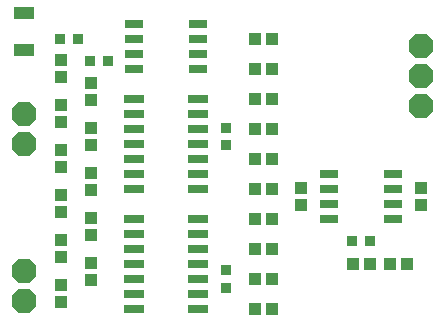
<source format=gts>
G04 EAGLE Gerber RS-274X export*
G75*
%MOMM*%
%FSLAX34Y34*%
%LPD*%
%INSoldermask Top*%
%IPPOS*%
%AMOC8*
5,1,8,0,0,1.08239X$1,22.5*%
G01*
%ADD10R,0.927000X0.927000*%
%ADD11R,1.677000X0.727000*%
%ADD12R,1.627000X0.677000*%
%ADD13R,1.077000X1.077000*%
%ADD14P,2.226909X8X292.500000*%
%ADD15R,1.727000X1.027000*%


D10*
X196850Y185300D03*
X196850Y170300D03*
X196850Y49650D03*
X196850Y64650D03*
X318650Y88900D03*
X303650Y88900D03*
X81400Y241300D03*
X96400Y241300D03*
D11*
X173050Y171450D03*
X173050Y158750D03*
X173050Y146050D03*
X173050Y133350D03*
X173050Y184150D03*
X173050Y196850D03*
X173050Y209550D03*
X119050Y171450D03*
X119050Y158750D03*
X119050Y146050D03*
X119050Y133350D03*
X119050Y184150D03*
X119050Y196850D03*
X119050Y209550D03*
X173050Y69850D03*
X173050Y57150D03*
X173050Y44450D03*
X173050Y31750D03*
X173050Y82550D03*
X173050Y95250D03*
X173050Y107950D03*
X119050Y69850D03*
X119050Y57150D03*
X119050Y44450D03*
X119050Y31750D03*
X119050Y82550D03*
X119050Y95250D03*
X119050Y107950D03*
D12*
X173050Y234950D03*
X173050Y247650D03*
X173050Y260350D03*
X173050Y273050D03*
X119050Y273050D03*
X119050Y260350D03*
X119050Y247650D03*
X119050Y234950D03*
D13*
X57150Y51700D03*
X57150Y37200D03*
X221350Y158750D03*
X235850Y158750D03*
X221350Y209550D03*
X235850Y209550D03*
X221350Y184150D03*
X235850Y184150D03*
X221350Y133350D03*
X235850Y133350D03*
X221350Y57150D03*
X235850Y57150D03*
X221350Y82550D03*
X235850Y82550D03*
X221350Y107950D03*
X235850Y107950D03*
X221350Y31750D03*
X235850Y31750D03*
X82550Y223150D03*
X82550Y208650D03*
X57150Y242200D03*
X57150Y227700D03*
X82550Y70750D03*
X82550Y56250D03*
X221350Y234950D03*
X235850Y234950D03*
X221350Y260350D03*
X235850Y260350D03*
X57150Y89800D03*
X57150Y75300D03*
X82550Y108850D03*
X82550Y94350D03*
X57150Y127900D03*
X57150Y113400D03*
X82550Y146950D03*
X82550Y132450D03*
X57150Y166000D03*
X57150Y151500D03*
X82550Y185050D03*
X82550Y170550D03*
X57150Y204100D03*
X57150Y189600D03*
D10*
X71000Y260350D03*
X56000Y260350D03*
D14*
X25400Y171450D03*
X25400Y196850D03*
X25400Y38100D03*
X25400Y63500D03*
D15*
X25400Y282200D03*
X25400Y251200D03*
D12*
X338150Y107950D03*
X338150Y120650D03*
X338150Y133350D03*
X338150Y146050D03*
X284150Y146050D03*
X284150Y133350D03*
X284150Y120650D03*
X284150Y107950D03*
D13*
X318400Y69850D03*
X303900Y69850D03*
X350150Y69850D03*
X335650Y69850D03*
X361950Y119750D03*
X361950Y134250D03*
X260350Y134250D03*
X260350Y119750D03*
D14*
X361950Y228600D03*
X361950Y254000D03*
X361950Y203200D03*
M02*

</source>
